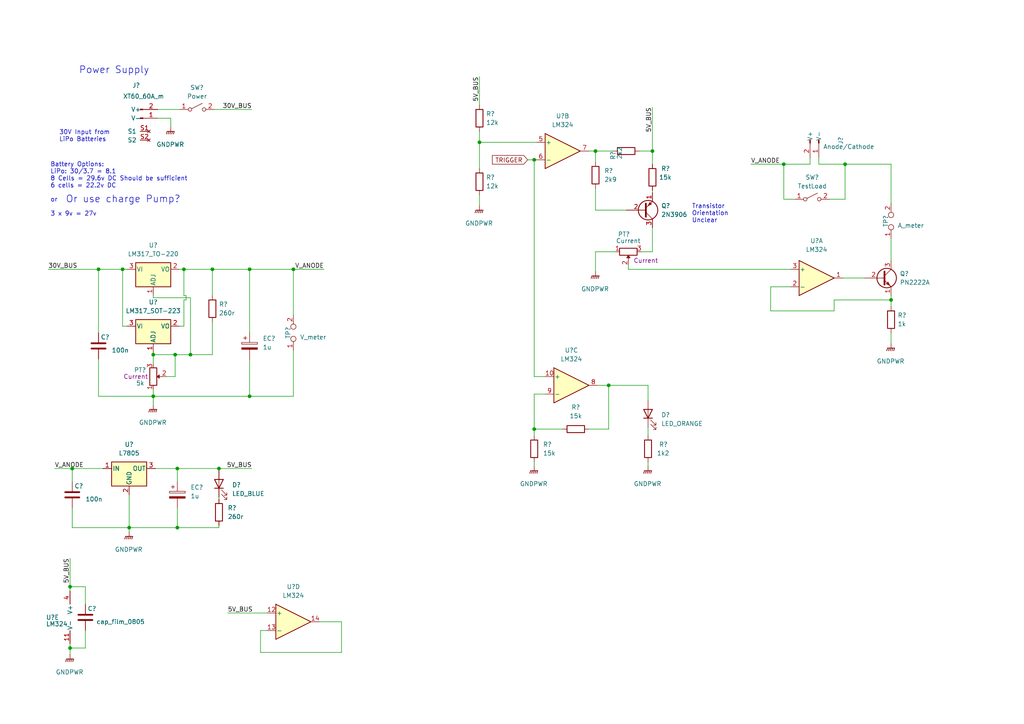
<source format=kicad_sch>
(kicad_sch (version 20211123) (generator eeschema)
  (paper "A4")
  (lib_symbols
    (symbol "000_Capacitor_Electrolytic_Immo:22u" (pin_numbers hide) (pin_names (offset 0.254))
      (property "Reference" "EC" (at 0.635 2.54 0))
      (property "Value" "22u" (at 0.635 -2.54 0))
      (symbol "22u_0_1"
        (rectangle (start -2.286 0.508) (end 2.286 1.016))
        (polyline (pts (xy -1.778 2.286) (xy -0.762 2.286)))
        (polyline (pts (xy -1.27 2.794) (xy -1.27 1.778)))
        (rectangle (start 2.286 -0.508) (end -2.286 -1.016) (fill (type outline)))
      )
      (symbol "22u_1_1"
        (pin passive line (at 0 3.81 270) (length 2.794) (name "~") (number "1"))
        (pin passive line (at 0 -3.81 90) (length 2.794) (name "~") (number "2"))
      )
    )
    (symbol "000_Capacitor_Film_Immo:cap_film_0805" (pin_numbers hide) (pin_names (offset 0.254))
      (property "Reference" "C" (at 0.635 2.54 0))
      (property "Value" "cap_film_0805" (at 0.635 -2.54 0))
      (symbol "cap_film_0805_0_1"
        (polyline (pts (xy -2.032 -0.762) (xy 2.032 -0.762)) (stroke (width 0.508)))
        (polyline (pts (xy -2.032 0.762) (xy 2.032 0.762)) (stroke (width 0.508)))
      )
      (symbol "cap_film_0805_1_1"
        (pin passive line (at 0 3.81 270) (length 2.794) (name "~") (number "1"))
        (pin passive line (at 0 -3.81 90) (length 2.794) (name "~") (number "2"))
      )
    )
    (symbol "000_Connectors_Immo:XT30_connector_DC_30A_female" (pin_names (offset 1.016))
      (property "Reference" "J?" (at 1.27 6.35 0))
      (property "Value" "XT30_connector_DC_30A_female" (at 8.89 3.81 0))
      (symbol "XT30_connector_DC_30A_female_1_1"
        (polyline (pts (xy 1.27 -2.54) (xy 0.8636 -2.54)) (stroke (width 0.1524)))
        (polyline (pts (xy 1.27 0) (xy 0.8636 0)) (stroke (width 0.1524)))
        (rectangle (start 0.8636 -2.413) (end 0 -2.667) (stroke (width 0.1524)) (fill (type outline)))
        (rectangle (start 0.8636 0.127) (end 0 -0.127) (stroke (width 0.1524)) (fill (type outline)))
        (pin passive line (at 5.08 0 180) (length 3.81) (name "V-") (number "1"))
        (pin passive line (at 5.08 -2.54 180) (length 3.81) (name "V+") (number "2"))
      )
    )
    (symbol "000_Connectors_Immo:XT60_60A_male" (pin_names (offset 1.016))
      (property "Reference" "J?" (at -0.635 6.985 0))
      (property "Value" "XT60_60A_male" (at 10.795 3.81 0))
      (symbol "XT60_60A_male_1_1"
        (rectangle (start 0 -1.778) (end 0.8636 -2.032) (stroke (width 0.1524)) (fill (type outline)))
        (polyline (pts (xy 1.27 -1.905) (xy 0.8636 -1.905)) (stroke (width 0.1524)))
        (polyline (pts (xy 1.27 0.635) (xy 0.8636 0.635)) (stroke (width 0.1524)))
        (rectangle (start 0 0.762) (end 0.8636 0.508) (stroke (width 0.1524)) (fill (type outline)))
        (pin passive line (at 5.08 -1.905 180) (length 3.81) (name "V-") (number "1"))
        (pin passive line (at 5.08 0.635 180) (length 3.81) (name "V+") (number "2"))
        (pin no_connect line (at 2.54 -5.715 180) (length 2.54) (name "S1") (number "S1"))
        (pin no_connect line (at 2.54 -8.255 180) (length 2.54) (name "S2") (number "S2"))
      )
    )
    (symbol "000_Diodes_Immo:LED_0805_smd" (pin_numbers hide) (pin_names (offset 1.016) hide)
      (property "Reference" "D" (at 0 2.54 0))
      (property "Value" "LED_0805_smd" (at 0 -3.81 0))
      (symbol "LED_0805_smd_0_1"
        (polyline (pts (xy -1.27 -1.27) (xy -1.27 1.27)) (stroke (width 0.254)))
        (polyline (pts (xy -1.27 0) (xy 1.27 0)))
        (polyline (pts (xy 1.27 -1.27) (xy 1.27 1.27) (xy -1.27 0) (xy 1.27 -1.27)) (stroke (width 0.254)))
        (polyline (pts (xy -3.048 -0.762) (xy -4.572 -2.286) (xy -3.81 -2.286) (xy -4.572 -2.286) (xy -4.572 -1.524)))
        (polyline (pts (xy -1.778 -0.762) (xy -3.302 -2.286) (xy -2.54 -2.286) (xy -3.302 -2.286) (xy -3.302 -1.524)))
      )
      (symbol "LED_0805_smd_1_1"
        (pin passive line (at -3.81 0 0) (length 2.54) (name "K") (number "1"))
        (pin passive line (at 3.81 0 180) (length 2.54) (name "A") (number "2"))
      )
    )
    (symbol "000_Resistors_Immo:Potentiometer" (pin_names (offset 1.016) hide)
      (property "Reference" "PT" (at 4.318 7.112 0))
      (property "Value" "Potentiometer" (at 9.652 5.08 0))
      (property "Control" "Current" (at 6.35 3.048 0))
      (symbol "Potentiometer_0_1"
        (polyline (pts (xy 2.54 0) (xy 1.524 0)))
        (polyline (pts (xy 1.016 0) (xy 1.778 0.508) (xy 1.778 -0.508) (xy 1.016 0)) (fill (type outline)))
        (rectangle (start 1.016 2.54) (end -1.016 -2.54) (stroke (width 0.254)))
      )
      (symbol "Potentiometer_1_1"
        (pin passive line (at 0 3.81 270) (length 1.27) (name "1") (number "1"))
        (pin passive line (at 3.81 0 180) (length 1.27) (name "2") (number "2"))
        (pin passive line (at 0 -3.81 90) (length 1.27) (name "3") (number "3"))
      )
    )
    (symbol "000_Resistors_Immo:Resistor_0805" (pin_numbers hide) (pin_names (offset 0))
      (property "Reference" "R?" (at -2.54 3.81 0))
      (property "Value" "Resistor_0805" (at -5.08 2.54 0))
      (symbol "Resistor_0805_0_1"
        (rectangle (start 2.54 -1.016) (end -2.54 1.016) (stroke (width 0.254)))
      )
      (symbol "Resistor_0805_1_1"
        (pin passive line (at -3.81 0 0) (length 1.27) (name "~") (number "1"))
        (pin passive line (at 3.81 0 180) (length 1.27) (name "~") (number "2"))
      )
    )
    (symbol "Amplifier_Operational:LM324" (pin_names (offset 0.127))
      (property "Reference" "U" (at 0 5.08 0))
      (property "Value" "LM324" (at 0 -5.08 0))
      (symbol "LM324_1_1"
        (polyline (pts (xy -5.08 5.08) (xy 5.08 0) (xy -5.08 -5.08) (xy -5.08 5.08)) (stroke (width 0.254)) (fill (type background)))
        (pin output line (at 7.62 0 180) (length 2.54) (name "~") (number "1"))
        (pin input line (at -7.62 -2.54 0) (length 2.54) (name "-") (number "2"))
        (pin input line (at -7.62 2.54 0) (length 2.54) (name "+") (number "3"))
      )
      (symbol "LM324_2_1"
        (polyline (pts (xy -5.08 5.08) (xy 5.08 0) (xy -5.08 -5.08) (xy -5.08 5.08)) (stroke (width 0.254)) (fill (type background)))
        (pin input line (at -7.62 2.54 0) (length 2.54) (name "+") (number "5"))
        (pin input line (at -7.62 -2.54 0) (length 2.54) (name "-") (number "6"))
        (pin output line (at 7.62 0 180) (length 2.54) (name "~") (number "7"))
      )
      (symbol "LM324_3_1"
        (polyline (pts (xy -5.08 5.08) (xy 5.08 0) (xy -5.08 -5.08) (xy -5.08 5.08)) (stroke (width 0.254)) (fill (type background)))
        (pin input line (at -7.62 2.54 0) (length 2.54) (name "+") (number "10"))
        (pin output line (at 7.62 0 180) (length 2.54) (name "~") (number "8"))
        (pin input line (at -7.62 -2.54 0) (length 2.54) (name "-") (number "9"))
      )
      (symbol "LM324_4_1"
        (polyline (pts (xy -5.08 5.08) (xy 5.08 0) (xy -5.08 -5.08) (xy -5.08 5.08)) (stroke (width 0.254)) (fill (type background)))
        (pin input line (at -7.62 2.54 0) (length 2.54) (name "+") (number "12"))
        (pin input line (at -7.62 -2.54 0) (length 2.54) (name "-") (number "13"))
        (pin output line (at 7.62 0 180) (length 2.54) (name "~") (number "14"))
      )
      (symbol "LM324_5_1"
        (pin power_in line (at -2.54 -7.62 90) (length 3.81) (name "V-") (number "11"))
        (pin power_in line (at -2.54 7.62 270) (length 3.81) (name "V+") (number "4"))
      )
    )
    (symbol "Connector:TestPoint_2Pole" (pin_names (offset 0.762) hide)
      (property "Reference" "TP" (at 0 1.524 0))
      (property "Value" "TestPoint_2Pole" (at 0 -1.778 0))
      (symbol "TestPoint_2Pole_0_1"
        (circle (center -1.778 0) (radius 0.762))
        (circle (center 1.778 0) (radius 0.762))
        (pin passive line (at -5.08 0 0) (length 2.54) (name "1") (number "1"))
        (pin passive line (at 5.08 0 180) (length 2.54) (name "2") (number "2"))
      )
    )
    (symbol "Regulator_Linear:L7805" (pin_names (offset 0.254))
      (property "Reference" "U" (at -3.81 3.175 0))
      (property "Value" "L7805" (at 0 3.175 0))
      (symbol "L7805_0_1"
        (rectangle (start -5.08 1.905) (end 5.08 -5.08) (stroke (width 0.254)) (fill (type background)))
      )
      (symbol "L7805_1_1"
        (pin power_in line (at -7.62 0 0) (length 2.54) (name "IN") (number "1"))
        (pin power_in line (at 0 -7.62 90) (length 2.54) (name "GND") (number "2"))
        (pin power_out line (at 7.62 0 180) (length 2.54) (name "OUT") (number "3"))
      )
    )
    (symbol "Regulator_Linear:LM317_SOT-223" (pin_names (offset 0.254))
      (property "Reference" "U" (at -3.81 3.175 0))
      (property "Value" "LM317_SOT-223" (at 0 3.175 0))
      (symbol "LM317_SOT-223_0_1"
        (rectangle (start -5.08 1.905) (end 5.08 -5.08) (stroke (width 0.254)) (fill (type background)))
      )
      (symbol "LM317_SOT-223_1_1"
        (pin input line (at 0 -7.62 90) (length 2.54) (name "ADJ") (number "1"))
        (pin power_out line (at 7.62 0 180) (length 2.54) (name "VO") (number "2"))
        (pin power_in line (at -7.62 0 0) (length 2.54) (name "VI") (number "3"))
      )
    )
    (symbol "Regulator_Linear:LM317_TO-220" (pin_names (offset 0.254))
      (property "Reference" "U" (at -3.81 3.175 0))
      (property "Value" "LM317_TO-220" (at 0 3.175 0))
      (symbol "LM317_TO-220_0_1"
        (rectangle (start -5.08 1.905) (end 5.08 -5.08) (stroke (width 0.254)) (fill (type background)))
      )
      (symbol "LM317_TO-220_1_1"
        (pin input line (at 0 -7.62 90) (length 2.54) (name "ADJ") (number "1"))
        (pin power_out line (at 7.62 0 180) (length 2.54) (name "VO") (number "2"))
        (pin power_in line (at -7.62 0 0) (length 2.54) (name "VI") (number "3"))
      )
    )
    (symbol "Switch:SW_SPST" (pin_names (offset 0) hide)
      (property "Reference" "SW" (at 0 3.175 0))
      (property "Value" "SW_SPST" (at 0 -2.54 0))
      (symbol "SW_SPST_0_0"
        (circle (center -2.032 0) (radius 0.508))
        (polyline (pts (xy -1.524 0.254) (xy 1.524 1.778)))
        (circle (center 2.032 0) (radius 0.508))
      )
      (symbol "SW_SPST_1_1"
        (pin passive line (at -5.08 0 0) (length 2.54) (name "A") (number "1"))
        (pin passive line (at 5.08 0 180) (length 2.54) (name "B") (number "2"))
      )
    )
    (symbol "Transistor_BJT:2N3906" (pin_names (offset 0) hide)
      (property "Reference" "Q" (at 5.08 1.905 0))
      (property "Value" "2N3906" (at 5.08 0 0))
      (symbol "2N3906_0_1"
        (polyline (pts (xy 0.635 0.635) (xy 2.54 2.54)))
        (polyline (pts (xy 0.635 -0.635) (xy 2.54 -2.54) (xy 2.54 -2.54)))
        (polyline (pts (xy 0.635 1.905) (xy 0.635 -1.905) (xy 0.635 -1.905)) (stroke (width 0.508)))
        (polyline (pts (xy 2.286 -1.778) (xy 1.778 -2.286) (xy 1.27 -1.27) (xy 2.286 -1.778) (xy 2.286 -1.778)) (fill (type outline)))
        (circle (center 1.27 0) (radius 2.8194) (stroke (width 0.254)))
      )
      (symbol "2N3906_1_1"
        (pin passive line (at 2.54 -5.08 90) (length 2.54) (name "E") (number "1"))
        (pin input line (at -5.08 0 0) (length 5.715) (name "B") (number "2"))
        (pin passive line (at 2.54 5.08 270) (length 2.54) (name "C") (number "3"))
      )
    )
    (symbol "Transistor_BJT:PN2222A" (pin_names (offset 0) hide)
      (property "Reference" "Q" (at 5.08 1.905 0))
      (property "Value" "PN2222A" (at 5.08 0 0))
      (symbol "PN2222A_0_1"
        (polyline (pts (xy 0 0) (xy 0.635 0)))
        (polyline (pts (xy 2.54 -2.54) (xy 0.635 -0.635)))
        (polyline (pts (xy 2.54 2.54) (xy 0.635 0.635)))
        (polyline (pts (xy 0.635 1.905) (xy 0.635 -1.905) (xy 0.635 -1.905)) (stroke (width 0.508)))
        (polyline (pts (xy 2.413 -2.413) (xy 1.905 -1.905) (xy 1.905 -1.905)))
        (polyline (pts (xy 1.143 -1.651) (xy 1.651 -1.143) (xy 2.159 -2.159) (xy 1.143 -1.651) (xy 1.143 -1.651)) (fill (type outline)))
        (circle (center 1.27 0) (radius 2.8194) (stroke (width 0.254)))
      )
      (symbol "PN2222A_1_1"
        (pin passive line (at 2.54 -5.08 90) (length 2.54) (name "E") (number "1"))
        (pin input line (at -5.08 0 0) (length 5.08) (name "B") (number "2"))
        (pin passive line (at 2.54 5.08 270) (length 2.54) (name "C") (number "3"))
      )
    )
    (symbol "power:GNDPWR" (power) (pin_names (offset 0))
      (property "Value" "GNDPWR" (at 0 -3.302 0))
      (symbol "GNDPWR_0_1"
        (polyline (pts (xy 0 -1.27) (xy 0 0)))
        (polyline (pts (xy -1.016 -1.27) (xy -1.27 -2.032) (xy -1.27 -2.032)) (stroke (width 0.2032)))
        (polyline (pts (xy -0.508 -1.27) (xy -0.762 -2.032) (xy -0.762 -2.032)) (stroke (width 0.2032)))
        (polyline (pts (xy 0 -1.27) (xy -0.254 -2.032) (xy -0.254 -2.032)) (stroke (width 0.2032)))
        (polyline (pts (xy 0.508 -1.27) (xy 0.254 -2.032) (xy 0.254 -2.032)) (stroke (width 0.2032)))
        (polyline (pts (xy 1.016 -1.27) (xy -1.016 -1.27) (xy -1.016 -1.27)) (stroke (width 0.2032)))
        (polyline (pts (xy 1.016 -1.27) (xy 0.762 -2.032) (xy 0.762 -2.032) (xy 0.762 -2.032)) (stroke (width 0.2032)))
      )
      (symbol "GNDPWR_1_1"
        (pin power_in line (at 0 0 270) (length 0) hide (name "GNDPWR") (number "1"))
      )
    )
  )
  (junction (at 176.53 111.76))
  (junction (at 258.445 86.995))
  (junction (at 227.33 47.625))
  (junction (at 154.94 124.46))
  (junction (at 72.39 114.935))
  (junction (at 37.465 153.035))
  (junction (at 245.11 47.625))
  (junction (at 53.34 78.105))
  (junction (at 50.8 102.87))
  (junction (at 189.23 43.815))
  (junction (at 51.435 135.89))
  (junction (at 61.595 78.105))
  (junction (at 72.39 78.105))
  (junction (at 20.955 135.89))
  (junction (at 51.435 153.035))
  (junction (at 28.575 78.105))
  (junction (at 20.32 187.96))
  (junction (at 44.45 102.87))
  (junction (at 20.32 170.18))
  (junction (at 44.45 114.935))
  (junction (at 139.065 41.275))
  (junction (at 63.5 135.89))
  (junction (at 35.56 78.105))
  (junction (at 55.245 102.87))
  (junction (at 85.09 78.105))
  (junction (at 154.94 46.355))
  (junction (at 172.72 43.815))
  (wire (pts (xy 227.33 47.625) (xy 234.95 47.625)))
  (wire (pts (xy 35.56 94.615) (xy 36.83 94.615)))
  (wire (pts (xy 53.34 85.725) (xy 53.34 78.105)))
  (wire (pts (xy 36.83 78.105) (xy 35.56 78.105)))
  (wire (pts (xy 85.09 91.44) (xy 85.09 78.105)))
  (wire (pts (xy 51.435 135.89) (xy 63.5 135.89)))
  (wire (pts (xy 182.245 76.835) (xy 182.245 78.105)))
  (wire (pts (xy 77.47 177.8) (xy 66.04 177.8)))
  (wire (pts (xy 139.065 41.275) (xy 155.575 41.275)))
  (wire (pts (xy 49.53 34.29) (xy 49.53 36.83)))
  (wire (pts (xy 28.575 96.52) (xy 28.575 78.105)))
  (wire (pts (xy 237.49 47.625) (xy 245.11 47.625)))
  (wire (pts (xy 13.97 78.105) (xy 28.575 78.105)))
  (wire (pts (xy 227.33 57.785) (xy 230.505 57.785)))
  (wire (pts (xy 245.11 47.625) (xy 245.11 57.785)))
  (wire (pts (xy 154.94 109.22) (xy 154.94 46.355)))
  (wire (pts (xy 44.45 102.87) (xy 44.45 102.235)))
  (wire (pts (xy 20.955 153.035) (xy 37.465 153.035)))
  (wire (pts (xy 51.435 135.89) (xy 45.085 135.89)))
  (wire (pts (xy 55.245 102.87) (xy 50.8 102.87)))
  (wire (pts (xy 61.595 93.345) (xy 61.595 102.87)))
  (wire (pts (xy 75.565 182.88) (xy 75.565 189.23)))
  (wire (pts (xy 20.955 135.89) (xy 29.845 135.89)))
  (wire (pts (xy 15.875 135.89) (xy 20.955 135.89)))
  (wire (pts (xy 37.465 143.51) (xy 37.465 153.035)))
  (wire (pts (xy 45.72 34.29) (xy 49.53 34.29)))
  (wire (pts (xy 53.975 85.725) (xy 53.34 85.725)))
  (wire (pts (xy 172.72 78.74) (xy 172.72 73.025)))
  (wire (pts (xy 24.765 170.18) (xy 20.32 170.18)))
  (wire (pts (xy 53.34 86.995) (xy 53.975 86.995)))
  (wire (pts (xy 85.09 101.6) (xy 85.09 114.935)))
  (wire (pts (xy 20.955 147.32) (xy 20.955 153.035)))
  (wire (pts (xy 61.595 85.725) (xy 61.595 78.105)))
  (wire (pts (xy 153.035 46.355) (xy 154.94 46.355)))
  (wire (pts (xy 182.245 78.105) (xy 229.235 78.105)))
  (wire (pts (xy 154.94 46.355) (xy 155.575 46.355)))
  (wire (pts (xy 258.445 69.215) (xy 258.445 75.565)))
  (wire (pts (xy 186.055 73.025) (xy 189.23 73.025)))
  (wire (pts (xy 189.23 55.245) (xy 189.23 55.88)))
  (wire (pts (xy 154.94 135.255) (xy 154.94 133.985)))
  (wire (pts (xy 187.96 111.76) (xy 176.53 111.76)))
  (wire (pts (xy 258.445 86.995) (xy 241.935 86.995)))
  (wire (pts (xy 172.72 43.815) (xy 177.8 43.815)))
  (wire (pts (xy 72.39 78.105) (xy 85.09 78.105)))
  (wire (pts (xy 92.71 180.34) (xy 99.06 180.34)))
  (wire (pts (xy 245.11 57.785) (xy 240.665 57.785)))
  (wire (pts (xy 28.575 104.14) (xy 28.575 114.935)))
  (wire (pts (xy 20.32 187.96) (xy 20.32 186.69)))
  (wire (pts (xy 44.45 86.36) (xy 55.245 86.36)))
  (wire (pts (xy 189.23 47.625) (xy 189.23 43.815)))
  (wire (pts (xy 20.955 139.7) (xy 20.955 135.89)))
  (wire (pts (xy 258.445 47.625) (xy 258.445 59.055)))
  (wire (pts (xy 44.45 85.725) (xy 44.45 86.36)))
  (wire (pts (xy 85.09 78.105) (xy 93.98 78.105)))
  (wire (pts (xy 163.195 124.46) (xy 154.94 124.46)))
  (wire (pts (xy 139.065 41.275) (xy 139.065 38.1)))
  (wire (pts (xy 258.445 85.725) (xy 258.445 86.995)))
  (wire (pts (xy 158.115 109.22) (xy 154.94 109.22)))
  (wire (pts (xy 20.32 170.18) (xy 20.32 171.45)))
  (wire (pts (xy 44.45 114.935) (xy 44.45 117.475)))
  (wire (pts (xy 189.23 31.115) (xy 189.23 43.815)))
  (wire (pts (xy 154.94 124.46) (xy 154.94 114.3)))
  (wire (pts (xy 244.475 80.645) (xy 250.825 80.645)))
  (wire (pts (xy 139.065 22.225) (xy 139.065 30.48)))
  (wire (pts (xy 72.39 96.52) (xy 72.39 78.105)))
  (wire (pts (xy 63.5 144.145) (xy 63.5 144.78)))
  (wire (pts (xy 63.5 152.4) (xy 63.5 153.035)))
  (wire (pts (xy 50.8 102.87) (xy 44.45 102.87)))
  (wire (pts (xy 24.765 187.96) (xy 24.765 182.88)))
  (wire (pts (xy 75.565 189.23) (xy 99.06 189.23)))
  (wire (pts (xy 61.595 78.105) (xy 53.34 78.105)))
  (wire (pts (xy 187.96 135.255) (xy 187.96 133.985)))
  (wire (pts (xy 37.465 153.035) (xy 51.435 153.035)))
  (wire (pts (xy 44.45 113.03) (xy 44.45 114.935)))
  (wire (pts (xy 227.33 47.625) (xy 227.33 57.785)))
  (wire (pts (xy 20.32 189.865) (xy 20.32 187.96)))
  (wire (pts (xy 72.39 114.935) (xy 44.45 114.935)))
  (wire (pts (xy 234.95 45.72) (xy 234.95 47.625)))
  (wire (pts (xy 258.445 86.995) (xy 258.445 88.9)))
  (wire (pts (xy 53.975 86.995) (xy 53.975 85.725)))
  (wire (pts (xy 51.435 153.035) (xy 63.5 153.035)))
  (wire (pts (xy 77.47 182.88) (xy 75.565 182.88)))
  (wire (pts (xy 61.595 102.87) (xy 55.245 102.87)))
  (wire (pts (xy 172.72 73.025) (xy 178.435 73.025)))
  (wire (pts (xy 170.815 43.815) (xy 172.72 43.815)))
  (wire (pts (xy 245.11 47.625) (xy 258.445 47.625)))
  (wire (pts (xy 44.45 102.87) (xy 44.45 105.41)))
  (wire (pts (xy 63.5 135.89) (xy 73.025 135.89)))
  (wire (pts (xy 241.935 86.995) (xy 241.935 90.17)))
  (wire (pts (xy 52.07 94.615) (xy 53.34 94.615)))
  (wire (pts (xy 28.575 78.105) (xy 35.56 78.105)))
  (wire (pts (xy 53.34 78.105) (xy 52.07 78.105)))
  (wire (pts (xy 72.39 104.14) (xy 72.39 114.935)))
  (wire (pts (xy 187.96 123.825) (xy 187.96 126.365)))
  (wire (pts (xy 50.8 109.22) (xy 50.8 102.87)))
  (wire (pts (xy 237.49 45.72) (xy 237.49 47.625)))
  (wire (pts (xy 139.065 59.69) (xy 139.065 56.515)))
  (wire (pts (xy 37.465 153.035) (xy 37.465 154.305)))
  (wire (pts (xy 51.435 139.7) (xy 51.435 135.89)))
  (wire (pts (xy 223.52 83.185) (xy 229.235 83.185)))
  (wire (pts (xy 139.065 48.895) (xy 139.065 41.275)))
  (wire (pts (xy 154.94 124.46) (xy 154.94 126.365)))
  (wire (pts (xy 24.765 175.26) (xy 24.765 170.18)))
  (wire (pts (xy 20.32 187.96) (xy 24.765 187.96)))
  (wire (pts (xy 176.53 124.46) (xy 170.815 124.46)))
  (wire (pts (xy 258.445 96.52) (xy 258.445 99.695)))
  (wire (pts (xy 172.72 60.96) (xy 172.72 54.61)))
  (wire (pts (xy 28.575 114.935) (xy 44.45 114.935)))
  (wire (pts (xy 241.935 90.17) (xy 223.52 90.17)))
  (wire (pts (xy 154.94 114.3) (xy 158.115 114.3)))
  (wire (pts (xy 223.52 90.17) (xy 223.52 83.185)))
  (wire (pts (xy 48.26 109.22) (xy 50.8 109.22)))
  (wire (pts (xy 187.96 116.205) (xy 187.96 111.76)))
  (wire (pts (xy 20.32 161.925) (xy 20.32 170.18)))
  (wire (pts (xy 85.09 114.935) (xy 72.39 114.935)))
  (wire (pts (xy 189.23 43.815) (xy 185.42 43.815)))
  (wire (pts (xy 172.72 43.815) (xy 172.72 46.99)))
  (wire (pts (xy 217.805 47.625) (xy 227.33 47.625)))
  (wire (pts (xy 35.56 78.105) (xy 35.56 94.615)))
  (wire (pts (xy 61.595 78.105) (xy 72.39 78.105)))
  (wire (pts (xy 62.23 31.75) (xy 73.025 31.75)))
  (wire (pts (xy 63.5 135.89) (xy 63.5 136.525)))
  (wire (pts (xy 176.53 111.76) (xy 176.53 124.46)))
  (wire (pts (xy 45.72 31.75) (xy 52.07 31.75)))
  (wire (pts (xy 189.23 73.025) (xy 189.23 66.04)))
  (wire (pts (xy 99.06 189.23) (xy 99.06 180.34)))
  (wire (pts (xy 181.61 60.96) (xy 172.72 60.96)))
  (wire (pts (xy 55.245 86.36) (xy 55.245 102.87)))
  (wire (pts (xy 51.435 147.32) (xy 51.435 153.035)))
  (wire (pts (xy 173.355 111.76) (xy 176.53 111.76)))
  (wire (pts (xy 53.34 94.615) (xy 53.34 86.995)))
  (text "Or use charge Pump?\n" (at 19.05 59.055 0) (effects (font (size 2 2)) (justify left bottom)))
  (text "Power Supply" (at 22.86 21.59 0) (effects (font (size 2 2)) (justify left bottom)))
  (text "Battery Options:\nLiPo: 30/3.7 = 8.1\n8 Cells = 29.6v DC Should be sufficient\n6 cells = 22.2v DC\n\nor\n\n3 x 9v = 27v\n" (at 14.605 62.865 0) (effects (font (size 1.27 1.27)) (justify left bottom)))
  (text "30V Input from \nLiPo Batteries" (at 17.145 41.275 0) (effects (font (size 1.27 1.27)) (justify left bottom)))
  (text "Transistor\nOrientation\nUnclear" (at 200.66 64.77 0) (effects (font (size 1.27 1.27)) (justify left bottom)))
  (label "V_ANODE" (at 15.875 135.89 0))
  (label "5V_BUS" (at 73.025 135.89 180))
  (label "V_ANODE" (at 93.98 78.105 180))
  (label "30V_BUS" (at 13.97 78.105 0))
  (label "5V_BUS" (at 20.32 161.925 270))
  (label "5V_BUS" (at 139.065 22.225 270))
  (label "30V_BUS" (at 73.025 31.75 180))
  (label "V_ANODE" (at 217.805 47.625 0))
  (label "5V_BUS" (at 66.04 177.8 0))
  (label "5V_BUS" (at 189.23 31.115 270))
  (global_label "TRIGGER" (shape input) (at 153.035 46.355 180) (property "Intersheet References" "${INTERSHEET_REFS}" (effects hide)))
  (symbol (lib_id "000_Resistors_Immo:Resistor_0805") (at 61.595 89.535 90) (unit 1)
    (property "Reference" "R?" (at 63.5 88.2649 90) (effects (justify right)))
    (property "Value" "260r" (at 63.5 90.8049 90) (effects (justify right)))
    (property "Footprint" "Resistor_SMD:R_0805_2012Metric_Pad1.20x1.40mm_HandSolder" (effects hide))
  )
  (symbol (lib_id "Amplifier_Operational:LM324") (at 85.09 180.34 0) (unit 4)
    (property "Reference" "U?" (at 85.09 170.18 0))
    (property "Value" "LM324" (at 85.09 172.72 0))
    (property "Datasheet" "http://www.ti.com/lit/ds/symlink/lm2902-n.pdf" (effects hide))
  )
  (symbol (lib_id "000_Capacitor_Electrolytic_Immo:22u") (at 51.435 143.51 0) (unit 1)
    (property "Reference" "EC?" (at 55.245 141.3509 0) (effects (justify left)))
    (property "Value" "1u" (at 55.245 143.8909 0) (effects (justify left)))
    (property "Footprint" "Capacitor_SMD:CP_Elec_6.3x5.9" (effects hide))
  )
  (symbol (lib_id "Amplifier_Operational:LM324") (at 236.855 80.645 0) (unit 1)
    (property "Reference" "U?" (at 236.855 69.85 0))
    (property "Value" "LM324" (at 236.855 72.39 0))
    (property "Datasheet" "http://www.ti.com/lit/ds/symlink/lm2902-n.pdf" (effects hide))
  )
  (symbol (lib_id "Transistor_BJT:PN2222A") (at 255.905 80.645 0) (unit 1)
    (property "Reference" "Q?" (at 260.985 79.3749 0) (effects (justify left)))
    (property "Value" "PN2222A" (at 260.985 81.9149 0) (effects (justify left)))
    (property "Footprint" "Package_TO_SOT_THT:TO-92_Inline" (effects hide))
    (property "Datasheet" "https://www.onsemi.com/pub/Collateral/PN2222-D.PDF" (effects hide))
  )
  (symbol (lib_id "power:GNDPWR") (at 44.45 117.475 0) (unit 1)
    (property "Reference" "#PWR?" (effects hide))
    (property "Value" "GNDPWR" (at 44.323 122.555 0))
  )
  (symbol (lib_id "power:GNDPWR") (at 187.96 135.255 0) (unit 1)
    (property "Reference" "#PWR?" (effects hide))
    (property "Value" "GNDPWR" (at 187.833 140.335 0))
  )
  (symbol (lib_id "000_Resistors_Immo:Potentiometer") (at 44.45 109.22 0) (mirror x) (unit 1)
    (property "Reference" "PT?" (at 40.64 107.315 0))
    (property "Value" "5k" (at 41.91 111.125 0) (effects (justify right)))
    (property "Footprint" "Potentiometer_THT:Potentiometer_Alpha_RD901F-40-00D_Single_Vertical_CircularHoles" (effects hide))
    (property "Control" "Current" (at 39.37 109.22 0))
  )
  (symbol (lib_id "Amplifier_Operational:LM324") (at 22.86 179.07 0) (unit 5)
    (property "Reference" "U?" (at 13.335 179.07 0) (effects (justify left)))
    (property "Value" "LM324" (at 13.335 180.975 0) (effects (justify left)))
    (property "Datasheet" "http://www.ti.com/lit/ds/symlink/lm2902-n.pdf" (effects hide))
  )
  (symbol (lib_id "000_Resistors_Immo:Resistor_0805") (at 139.065 34.29 90) (unit 1)
    (property "Reference" "R?" (at 140.97 33.0199 90) (effects (justify right)))
    (property "Value" "12k" (at 140.97 35.5599 90) (effects (justify right)))
    (property "Footprint" "Resistor_SMD:R_0805_2012Metric_Pad1.20x1.40mm_HandSolder" (effects hide))
  )
  (symbol (lib_id "000_Resistors_Immo:Resistor_0805") (at 187.96 130.175 270) (unit 1)
    (property "Reference" "R?" (at 191.135 128.905 90) (effects (justify left)))
    (property "Value" "1k2" (at 190.5 131.445 90) (effects (justify left)))
    (property "Footprint" "Resistor_SMD:R_0805_2012Metric_Pad1.20x1.40mm_HandSolder" (effects hide))
  )
  (symbol (lib_id "000_Resistors_Immo:Resistor_0805") (at 172.72 50.8 90) (unit 1)
    (property "Reference" "R?" (at 175.26 49.5299 90) (effects (justify right)))
    (property "Value" "2k9" (at 175.26 52.0699 90) (effects (justify right)))
    (property "Footprint" "Resistor_SMD:R_0805_2012Metric_Pad1.20x1.40mm_HandSolder" (effects hide))
  )
  (symbol (lib_id "Connector:TestPoint_2Pole") (at 258.445 64.135 90) (unit 1)
    (property "Reference" "TP?" (at 256.921 64.135 0))
    (property "Value" "A_meter" (at 260.35 65.4049 90) (effects (justify right)))
  )
  (symbol (lib_id "Connector:TestPoint_2Pole") (at 85.09 96.52 90) (unit 1)
    (property "Reference" "TP?" (at 83.566 96.52 0))
    (property "Value" "V_meter" (at 86.995 97.7899 90) (effects (justify right)))
  )
  (symbol (lib_id "power:GNDPWR") (at 20.32 189.865 0) (unit 1)
    (property "Reference" "#PWR?" (effects hide))
    (property "Value" "GNDPWR" (at 20.193 194.945 0))
  )
  (symbol (lib_id "000_Resistors_Immo:Resistor_0805") (at 63.5 148.59 90) (unit 1)
    (property "Reference" "R?" (at 66.04 147.3199 90) (effects (justify right)))
    (property "Value" "260r" (at 66.04 149.8599 90) (effects (justify right)))
    (property "Footprint" "Resistor_SMD:R_0805_2012Metric_Pad1.20x1.40mm_HandSolder" (effects hide))
  )
  (symbol (lib_id "power:GNDPWR") (at 154.94 135.255 0) (unit 1)
    (property "Reference" "#PWR?" (effects hide))
    (property "Value" "GNDPWR" (at 154.813 140.335 0))
  )
  (symbol (lib_id "000_Capacitor_Film_Immo:cap_film_0805") (at 20.955 143.51 0) (unit 1)
    (property "Reference" "C?" (at 21.59 140.97 0) (effects (justify left)))
    (property "Value" "100n" (at 24.765 144.7799 0) (effects (justify left)))
    (property "Footprint" "Capacitor_SMD:C_0805_2012Metric_Pad1.18x1.45mm_HandSolder" (effects hide))
  )
  (symbol (lib_id "000_Resistors_Immo:Resistor_0805") (at 167.005 124.46 180) (unit 1)
    (property "Reference" "R?" (at 167.005 118.11 0))
    (property "Value" "15k" (at 167.005 120.65 0))
    (property "Footprint" "Resistor_SMD:R_0805_2012Metric_Pad1.20x1.40mm_HandSolder" (effects hide))
  )
  (symbol (lib_id "000_Resistors_Immo:Resistor_0805") (at 258.445 92.71 90) (unit 1)
    (property "Reference" "R?" (at 260.35 91.4399 90) (effects (justify right)))
    (property "Value" "1k" (at 260.35 93.9799 90) (effects (justify right)))
    (property "Footprint" "Resistor_SMD:R_0805_2012Metric_Pad1.20x1.40mm_HandSolder" (effects hide))
  )
  (symbol (lib_id "power:GNDPWR") (at 172.72 78.74 0) (unit 1)
    (property "Reference" "#PWR?" (effects hide))
    (property "Value" "GNDPWR" (at 172.593 83.82 0))
  )
  (symbol (lib_id "Amplifier_Operational:LM324") (at 163.195 43.815 0) (unit 2)
    (property "Reference" "U?" (at 163.195 33.655 0))
    (property "Value" "LM324" (at 163.195 36.195 0))
    (property "Datasheet" "http://www.ti.com/lit/ds/symlink/lm2902-n.pdf" (effects hide))
  )
  (symbol (lib_id "000_Capacitor_Electrolytic_Immo:22u") (at 72.39 100.33 0) (unit 1)
    (property "Reference" "EC?" (at 76.2 98.1709 0) (effects (justify left)))
    (property "Value" "1u" (at 76.2 100.7109 0) (effects (justify left)))
    (property "Footprint" "Capacitor_SMD:CP_Elec_6.3x5.9" (effects hide))
  )
  (symbol (lib_id "power:GNDPWR") (at 139.065 59.69 0) (unit 1)
    (property "Reference" "#PWR?" (effects hide))
    (property "Value" "GNDPWR" (at 138.938 64.77 0))
  )
  (symbol (lib_id "000_Connectors_Immo:XT30_connector_DC_30A_female") (at 237.49 40.64 270) (unit 1)
    (property "Reference" "J?" (at 243.84 41.91 0) (effects (justify right)))
    (property "Value" "Anode/Cathode" (at 238.76 42.5449 90) (effects (justify left)))
  )
  (symbol (lib_id "000_Diodes_Immo:LED_0805_smd") (at 63.5 140.335 90) (unit 1)
    (property "Reference" "D?" (at 67.31 140.6524 90) (effects (justify right)))
    (property "Value" "LED_BLUE" (at 67.31 143.1924 90) (effects (justify right)))
    (property "Footprint" "Diode_SMD:D_0805_2012Metric_Pad1.15x1.40mm_HandSolder" (effects hide))
  )
  (symbol (lib_id "power:GNDPWR") (at 49.53 36.83 0) (unit 1)
    (property "Reference" "#PWR?" (effects hide))
    (property "Value" "GNDPWR" (at 49.403 41.91 0))
  )
  (symbol (lib_id "Switch:SW_SPST") (at 57.15 31.75 0) (unit 1)
    (property "Reference" "SW?" (at 57.15 25.4 0))
    (property "Value" "Power" (at 57.15 27.94 0))
  )
  (symbol (lib_id "000_Diodes_Immo:LED_0805_smd") (at 187.96 120.015 90) (unit 1)
    (property "Reference" "D?" (at 191.77 120.3324 90) (effects (justify right)))
    (property "Value" "LED_ORANGE" (at 191.77 122.8724 90) (effects (justify right)))
    (property "Footprint" "Diode_SMD:D_0805_2012Metric_Pad1.15x1.40mm_HandSolder" (effects hide))
  )
  (symbol (lib_id "000_Resistors_Immo:Resistor_0805") (at 189.23 51.435 270) (unit 1)
    (property "Reference" "R?" (at 191.77 48.895 90) (effects (justify left)))
    (property "Value" "15k" (at 191.135 51.435 90) (effects (justify left)))
    (property "Footprint" "Resistor_SMD:R_0805_2012Metric_Pad1.20x1.40mm_HandSolder" (effects hide))
  )
  (symbol (lib_id "000_Resistors_Immo:Resistor_0805") (at 139.065 52.705 90) (unit 1)
    (property "Reference" "R?" (at 140.97 51.4349 90) (effects (justify right)))
    (property "Value" "12k" (at 140.97 53.9749 90) (effects (justify right)))
    (property "Footprint" "Resistor_SMD:R_0805_2012Metric_Pad1.20x1.40mm_HandSolder" (effects hide))
  )
  (symbol (lib_id "000_Resistors_Immo:Resistor_0805") (at 181.61 43.815 180) (unit 1)
    (property "Reference" "R?" (at 177.8 43.815 90) (effects (justify left)))
    (property "Value" "2k2" (at 179.705 42.545 90) (effects (justify left)))
    (property "Footprint" "Resistor_SMD:R_0805_2012Metric_Pad1.20x1.40mm_HandSolder" (effects hide))
  )
  (symbol (lib_id "Regulator_Linear:LM317_SOT-223") (at 44.45 94.615 0) (unit 1)
    (property "Reference" "U?" (at 44.45 87.63 0))
    (property "Value" "LM317_SOT-223" (at 44.45 90.17 0))
    (property "Footprint" "Package_TO_SOT_SMD:SOT-223-3_TabPin2" (effects hide))
    (property "Datasheet" "http://www.ti.com/lit/ds/symlink/lm317.pdf" (effects hide))
  )
  (symbol (lib_id "power:GNDPWR") (at 37.465 154.305 0) (unit 1)
    (property "Reference" "#PWR?" (effects hide))
    (property "Value" "GNDPWR" (at 37.338 159.385 0))
  )
  (symbol (lib_id "Transistor_BJT:2N3906") (at 186.69 60.96 0) (mirror x) (unit 1)
    (property "Reference" "Q?" (at 191.77 59.6899 0) (effects (justify left)))
    (property "Value" "2N3906" (at 191.77 62.2299 0) (effects (justify left)))
    (property "Footprint" "Package_TO_SOT_THT:TO-92_Inline" (effects hide))
    (property "Datasheet" "https://www.onsemi.com/pub/Collateral/2N3906-D.PDF" (effects hide))
  )
  (symbol (lib_id "Switch:SW_SPST") (at 235.585 57.785 0) (unit 1)
    (property "Reference" "SW?" (at 235.585 51.435 0))
    (property "Value" "TestLoad" (at 235.585 53.975 0))
  )
  (symbol (lib_id "Amplifier_Operational:LM324") (at 165.735 111.76 0) (unit 3)
    (property "Reference" "U?" (at 165.735 101.6 0))
    (property "Value" "LM324" (at 165.735 104.14 0))
    (property "Datasheet" "http://www.ti.com/lit/ds/symlink/lm2902-n.pdf" (effects hide))
  )
  (symbol (lib_id "000_Resistors_Immo:Potentiometer") (at 182.245 73.025 90) (mirror x) (unit 1)
    (property "Reference" "PT?" (at 180.975 67.945 90))
    (property "Value" "Current" (at 182.245 69.85 90))
    (property "Footprint" "Potentiometer_THT:Potentiometer_Alpha_RD901F-40-00D_Single_Vertical_CircularHoles" (effects hide))
    (property "Control" "Current" (at 187.325 75.565 90))
  )
  (symbol (lib_id "power:GNDPWR") (at 258.445 99.695 0) (unit 1)
    (property "Reference" "#PWR?" (effects hide))
    (property "Value" "GNDPWR" (at 258.318 104.775 0))
  )
  (symbol (lib_id "000_Connectors_Immo:XT60_60A_male") (at 40.64 32.385 0) (unit 1)
    (property "Reference" "J?" (at 40.64 24.765 0) (effects (justify right)))
    (property "Value" "XT60_60A_m" (at 47.625 27.94 0) (effects (justify right)))
  )
  (symbol (lib_id "000_Resistors_Immo:Resistor_0805") (at 154.94 130.175 270) (unit 1)
    (property "Reference" "R?" (at 157.48 128.9049 90) (effects (justify left)))
    (property "Value" "15k" (at 157.48 131.4449 90) (effects (justify left)))
    (property "Footprint" "Resistor_SMD:R_0805_2012Metric_Pad1.20x1.40mm_HandSolder" (effects hide))
  )
  (symbol (lib_id "000_Capacitor_Film_Immo:cap_film_0805") (at 24.765 179.07 0) (unit 1)
    (property "Reference" "C?" (at 25.4 176.53 0) (effects (justify left)))
    (property "Value" "cap_film_0805" (at 27.94 180.3399 0) (effects (justify left)))
    (property "Footprint" "Capacitor_SMD:C_0805_2012Metric_Pad1.18x1.45mm_HandSolder" (effects hide))
  )
  (symbol (lib_id "000_Capacitor_Film_Immo:cap_film_0805") (at 28.575 100.33 0) (unit 1)
    (property "Reference" "C?" (at 29.21 97.79 0) (effects (justify left)))
    (property "Value" "100n" (at 32.385 101.5999 0) (effects (justify left)))
    (property "Footprint" "Capacitor_SMD:C_0805_2012Metric_Pad1.18x1.45mm_HandSolder" (effects hide))
  )
  (symbol (lib_id "Regulator_Linear:LM317_TO-220") (at 44.45 78.105 0) (unit 1)
    (property "Reference" "U?" (at 44.45 71.12 0))
    (property "Value" "LM317_TO-220" (at 44.45 73.66 0))
    (property "Footprint" "Package_TO_SOT_THT:TO-220-3_Vertical" (effects hide))
    (property "Datasheet" "http://www.ti.com/lit/ds/symlink/lm317.pdf" (effects hide))
  )
  (symbol (lib_id "Regulator_Linear:L7805") (at 37.465 135.89 0) (unit 1)
    (property "Reference" "U?" (at 37.465 128.905 0))
    (property "Value" "L7805" (at 37.465 131.445 0))
    (property "Footprint" "Package_TO_SOT_THT:TO-220F-3_Horizontal_TabDown" (effects hide))
    (property "Datasheet" "http://www.st.com/content/ccc/resource/technical/document/datasheet/41/4f/b3/b0/12/d4/47/88/CD00000444.pdf/files/CD00000444.pdf/jcr:content/translations/en.CD00000444.pdf" (effects hide))
  )
)
</source>
